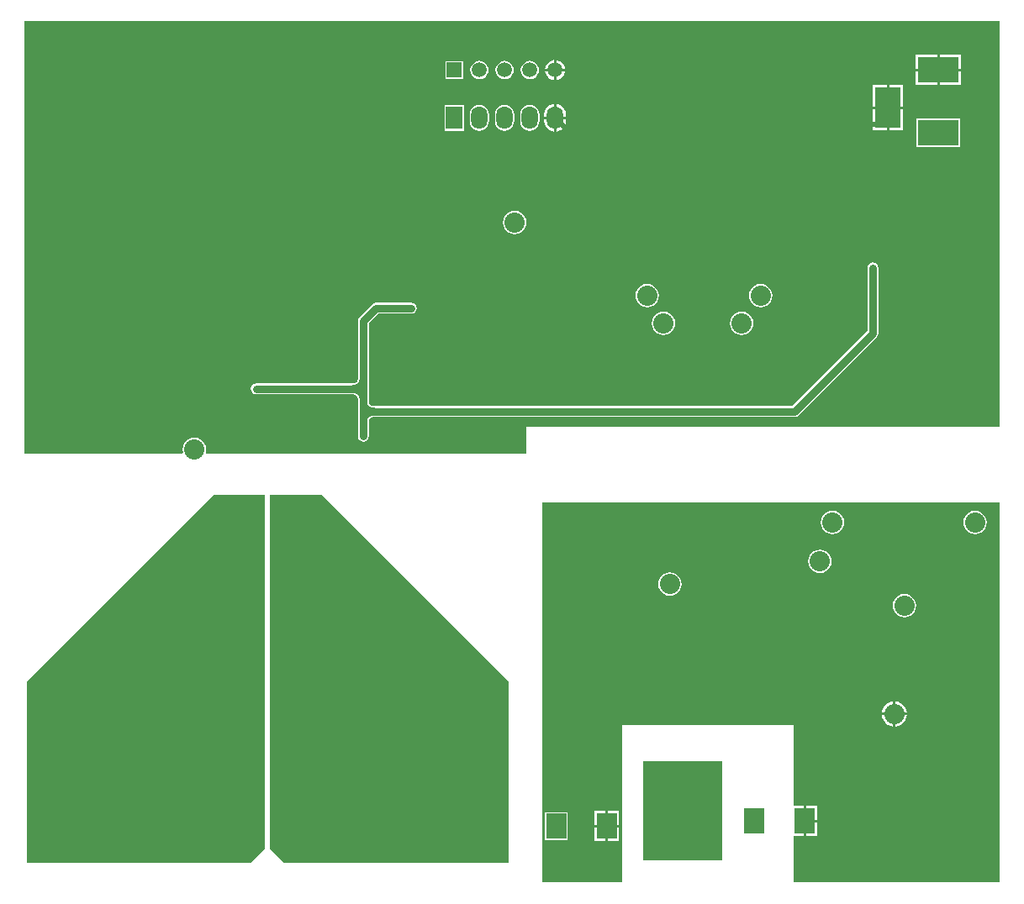
<source format=gbl>
G04*
G04 #@! TF.GenerationSoftware,Altium Limited,Altium Designer,20.2.7 (254)*
G04*
G04 Layer_Physical_Order=2*
G04 Layer_Color=16711680*
%FSLAX24Y24*%
%MOIN*%
G70*
G04*
G04 #@! TF.SameCoordinates,C515DB23-E466-4867-BC0D-23839EB9CC1E*
G04*
G04*
G04 #@! TF.FilePolarity,Positive*
G04*
G01*
G75*
%ADD12C,0.0100*%
%ADD63C,0.0200*%
%ADD70R,0.3150X0.3937*%
%ADD71R,0.0787X0.0984*%
%ADD72R,0.1600X0.1000*%
%ADD73R,0.1000X0.1600*%
%ADD74C,0.0800*%
%ADD75O,0.0650X0.0900*%
%ADD76R,0.0650X0.0900*%
%ADD77C,0.0591*%
%ADD78R,0.0591X0.0591*%
%ADD79C,0.0177*%
%ADD80C,0.0157*%
%ADD81C,0.0300*%
G36*
X38788Y18200D02*
X20000D01*
Y17137D01*
X7326D01*
X7308Y17163D01*
X7299Y17187D01*
X7314Y17300D01*
X7298Y17420D01*
X7252Y17532D01*
X7178Y17628D01*
X7082Y17702D01*
X6970Y17748D01*
X6850Y17764D01*
X6730Y17748D01*
X6618Y17702D01*
X6522Y17628D01*
X6448Y17532D01*
X6402Y17420D01*
X6386Y17300D01*
X6401Y17187D01*
X6392Y17163D01*
X6374Y17137D01*
X112D01*
Y34288D01*
X38788D01*
Y18200D01*
D02*
G37*
G36*
X9650Y1450D02*
X9100Y900D01*
X200D01*
Y8100D01*
X7600Y15500D01*
X9650D01*
Y1450D01*
D02*
G37*
G36*
X19300Y8100D02*
X19300Y900D01*
X10400Y900D01*
X9850Y1450D01*
Y15500D01*
X11900D01*
X19300Y8100D01*
D02*
G37*
G36*
X38788Y112D02*
X30600D01*
Y1958D01*
X31000D01*
Y2550D01*
Y3142D01*
X30600D01*
Y6350D01*
X23800D01*
Y112D01*
X20650D01*
Y15200D01*
X38788D01*
Y112D01*
D02*
G37*
%LPC*%
G36*
X21200Y32742D02*
Y32400D01*
X21542D01*
X21535Y32453D01*
X21495Y32549D01*
X21432Y32632D01*
X21349Y32695D01*
X21253Y32735D01*
X21200Y32742D01*
D02*
G37*
G36*
X37250Y32950D02*
X36400D01*
Y32400D01*
X37250D01*
Y32950D01*
D02*
G37*
G36*
X36300D02*
X35450D01*
Y32400D01*
X36300D01*
Y32950D01*
D02*
G37*
G36*
X21100Y32742D02*
X21047Y32735D01*
X20951Y32695D01*
X20868Y32632D01*
X20805Y32549D01*
X20765Y32453D01*
X20758Y32400D01*
X21100D01*
Y32742D01*
D02*
G37*
G36*
X17505Y32705D02*
X16795D01*
Y31995D01*
X17505D01*
Y32705D01*
D02*
G37*
G36*
X20150Y32708D02*
X20057Y32696D01*
X19971Y32660D01*
X19897Y32603D01*
X19840Y32529D01*
X19804Y32443D01*
X19792Y32350D01*
X19804Y32257D01*
X19840Y32171D01*
X19897Y32097D01*
X19971Y32040D01*
X20057Y32004D01*
X20150Y31992D01*
X20243Y32004D01*
X20329Y32040D01*
X20403Y32097D01*
X20460Y32171D01*
X20496Y32257D01*
X20508Y32350D01*
X20496Y32443D01*
X20460Y32529D01*
X20403Y32603D01*
X20329Y32660D01*
X20243Y32696D01*
X20150Y32708D01*
D02*
G37*
G36*
X19150D02*
X19057Y32696D01*
X18971Y32660D01*
X18897Y32603D01*
X18840Y32529D01*
X18804Y32443D01*
X18792Y32350D01*
X18804Y32257D01*
X18840Y32171D01*
X18897Y32097D01*
X18971Y32040D01*
X19057Y32004D01*
X19150Y31992D01*
X19243Y32004D01*
X19329Y32040D01*
X19403Y32097D01*
X19460Y32171D01*
X19496Y32257D01*
X19508Y32350D01*
X19496Y32443D01*
X19460Y32529D01*
X19403Y32603D01*
X19329Y32660D01*
X19243Y32696D01*
X19150Y32708D01*
D02*
G37*
G36*
X18150D02*
X18057Y32696D01*
X17971Y32660D01*
X17897Y32603D01*
X17840Y32529D01*
X17804Y32443D01*
X17792Y32350D01*
X17804Y32257D01*
X17840Y32171D01*
X17897Y32097D01*
X17971Y32040D01*
X18057Y32004D01*
X18150Y31992D01*
X18243Y32004D01*
X18329Y32040D01*
X18403Y32097D01*
X18460Y32171D01*
X18496Y32257D01*
X18508Y32350D01*
X18496Y32443D01*
X18460Y32529D01*
X18403Y32603D01*
X18329Y32660D01*
X18243Y32696D01*
X18150Y32708D01*
D02*
G37*
G36*
X21542Y32300D02*
X21200D01*
Y31958D01*
X21253Y31965D01*
X21349Y32005D01*
X21432Y32068D01*
X21495Y32151D01*
X21535Y32247D01*
X21542Y32300D01*
D02*
G37*
G36*
X21100D02*
X20758D01*
X20765Y32247D01*
X20805Y32151D01*
X20868Y32068D01*
X20951Y32005D01*
X21047Y31965D01*
X21100Y31958D01*
Y32300D01*
D02*
G37*
G36*
X37250D02*
X36400D01*
Y31750D01*
X37250D01*
Y32300D01*
D02*
G37*
G36*
X36300D02*
X35450D01*
Y31750D01*
X36300D01*
Y32300D01*
D02*
G37*
G36*
X34950Y31750D02*
X34400D01*
Y30900D01*
X34950D01*
Y31750D01*
D02*
G37*
G36*
X34300D02*
X33750D01*
Y30900D01*
X34300D01*
Y31750D01*
D02*
G37*
G36*
X21200Y30997D02*
Y30500D01*
X21579D01*
Y30575D01*
X21564Y30686D01*
X21521Y30789D01*
X21453Y30878D01*
X21364Y30946D01*
X21261Y30989D01*
X21200Y30997D01*
D02*
G37*
G36*
X21100D02*
X21039Y30989D01*
X20936Y30946D01*
X20847Y30878D01*
X20779Y30789D01*
X20736Y30686D01*
X20721Y30575D01*
Y30500D01*
X21100D01*
Y30997D01*
D02*
G37*
G36*
X34300Y30800D02*
X33750D01*
Y30291D01*
X33772Y30294D01*
X33793Y30298D01*
X33811Y30304D01*
X33826Y30311D01*
X33837Y30319D01*
X33846Y30328D01*
X33851Y30339D01*
X33852Y30351D01*
X33851Y30051D01*
X33850Y30058D01*
X33845Y30064D01*
X33837Y30070D01*
X33825Y30075D01*
X33810Y30079D01*
X33792Y30082D01*
X33771Y30085D01*
X33750Y30086D01*
Y29950D01*
X34300D01*
Y30800D01*
D02*
G37*
G36*
X34950D02*
X34400D01*
Y29950D01*
X34950D01*
Y30800D01*
D02*
G37*
G36*
X17535Y30960D02*
X16765D01*
Y29940D01*
X17535D01*
Y30960D01*
D02*
G37*
G36*
X20150Y30963D02*
X20049Y30950D01*
X19956Y30911D01*
X19875Y30850D01*
X19814Y30769D01*
X19775Y30675D01*
X19762Y30575D01*
Y30325D01*
X19775Y30224D01*
X19814Y30131D01*
X19875Y30050D01*
X19956Y29989D01*
X20049Y29950D01*
X20150Y29937D01*
X20251Y29950D01*
X20344Y29989D01*
X20425Y30050D01*
X20486Y30131D01*
X20525Y30224D01*
X20538Y30325D01*
Y30575D01*
X20525Y30675D01*
X20486Y30769D01*
X20425Y30850D01*
X20344Y30911D01*
X20251Y30950D01*
X20150Y30963D01*
D02*
G37*
G36*
X19150D02*
X19049Y30950D01*
X18956Y30911D01*
X18875Y30850D01*
X18814Y30769D01*
X18775Y30675D01*
X18762Y30575D01*
Y30325D01*
X18775Y30224D01*
X18814Y30131D01*
X18875Y30050D01*
X18956Y29989D01*
X19049Y29950D01*
X19150Y29937D01*
X19251Y29950D01*
X19344Y29989D01*
X19425Y30050D01*
X19486Y30131D01*
X19525Y30224D01*
X19538Y30325D01*
Y30575D01*
X19525Y30675D01*
X19486Y30769D01*
X19425Y30850D01*
X19344Y30911D01*
X19251Y30950D01*
X19150Y30963D01*
D02*
G37*
G36*
X18150D02*
X18049Y30950D01*
X17956Y30911D01*
X17875Y30850D01*
X17814Y30769D01*
X17775Y30675D01*
X17762Y30575D01*
Y30325D01*
X17775Y30224D01*
X17814Y30131D01*
X17875Y30050D01*
X17956Y29989D01*
X18049Y29950D01*
X18150Y29937D01*
X18251Y29950D01*
X18344Y29989D01*
X18425Y30050D01*
X18486Y30131D01*
X18525Y30224D01*
X18538Y30325D01*
Y30575D01*
X18525Y30675D01*
X18486Y30769D01*
X18425Y30850D01*
X18344Y30911D01*
X18251Y30950D01*
X18150Y30963D01*
D02*
G37*
G36*
X21579Y30400D02*
X21200D01*
Y29903D01*
X21261Y29911D01*
X21364Y29954D01*
X21453Y30022D01*
X21521Y30111D01*
X21564Y30214D01*
X21579Y30325D01*
Y30400D01*
D02*
G37*
G36*
X21100D02*
X20721D01*
Y30325D01*
X20736Y30214D01*
X20779Y30111D01*
X20847Y30022D01*
X20936Y29954D01*
X21039Y29911D01*
X21100Y29903D01*
Y30400D01*
D02*
G37*
G36*
X37210Y30410D02*
X35490D01*
Y29290D01*
X37210D01*
Y30410D01*
D02*
G37*
G36*
X19550Y26764D02*
X19430Y26748D01*
X19318Y26702D01*
X19222Y26628D01*
X19148Y26532D01*
X19102Y26420D01*
X19086Y26300D01*
X19102Y26180D01*
X19148Y26068D01*
X19222Y25972D01*
X19318Y25898D01*
X19430Y25852D01*
X19550Y25836D01*
X19670Y25852D01*
X19782Y25898D01*
X19878Y25972D01*
X19952Y26068D01*
X19998Y26180D01*
X20014Y26300D01*
X19998Y26420D01*
X19952Y26532D01*
X19878Y26628D01*
X19782Y26702D01*
X19670Y26748D01*
X19550Y26764D01*
D02*
G37*
G36*
X29300Y23864D02*
X29180Y23848D01*
X29068Y23802D01*
X28972Y23728D01*
X28898Y23632D01*
X28852Y23520D01*
X28836Y23400D01*
X28852Y23280D01*
X28898Y23168D01*
X28972Y23072D01*
X29068Y22998D01*
X29180Y22952D01*
X29300Y22936D01*
X29420Y22952D01*
X29532Y22998D01*
X29628Y23072D01*
X29702Y23168D01*
X29748Y23280D01*
X29764Y23400D01*
X29748Y23520D01*
X29702Y23632D01*
X29628Y23728D01*
X29532Y23802D01*
X29420Y23848D01*
X29300Y23864D01*
D02*
G37*
G36*
X24800D02*
X24680Y23848D01*
X24568Y23802D01*
X24472Y23728D01*
X24398Y23632D01*
X24352Y23520D01*
X24336Y23400D01*
X24352Y23280D01*
X24398Y23168D01*
X24472Y23072D01*
X24568Y22998D01*
X24680Y22952D01*
X24800Y22936D01*
X24920Y22952D01*
X25032Y22998D01*
X25128Y23072D01*
X25202Y23168D01*
X25248Y23280D01*
X25264Y23400D01*
X25248Y23520D01*
X25202Y23632D01*
X25128Y23728D01*
X25032Y23802D01*
X24920Y23848D01*
X24800Y23864D01*
D02*
G37*
G36*
X28550Y22764D02*
X28430Y22748D01*
X28318Y22702D01*
X28222Y22628D01*
X28148Y22532D01*
X28102Y22420D01*
X28086Y22300D01*
X28102Y22180D01*
X28148Y22068D01*
X28222Y21972D01*
X28318Y21898D01*
X28430Y21852D01*
X28550Y21836D01*
X28670Y21852D01*
X28782Y21898D01*
X28878Y21972D01*
X28952Y22068D01*
X28998Y22180D01*
X29014Y22300D01*
X28998Y22420D01*
X28952Y22532D01*
X28878Y22628D01*
X28782Y22702D01*
X28670Y22748D01*
X28550Y22764D01*
D02*
G37*
G36*
X25450D02*
X25330Y22748D01*
X25218Y22702D01*
X25122Y22628D01*
X25048Y22532D01*
X25002Y22420D01*
X24986Y22300D01*
X25002Y22180D01*
X25048Y22068D01*
X25122Y21972D01*
X25218Y21898D01*
X25330Y21852D01*
X25450Y21836D01*
X25570Y21852D01*
X25682Y21898D01*
X25778Y21972D01*
X25852Y22068D01*
X25898Y22180D01*
X25914Y22300D01*
X25898Y22420D01*
X25852Y22532D01*
X25778Y22628D01*
X25682Y22702D01*
X25570Y22748D01*
X25450Y22764D01*
D02*
G37*
G36*
X33750Y24714D02*
X33668Y24698D01*
X33599Y24651D01*
X33552Y24582D01*
X33536Y24500D01*
Y21989D01*
X30561Y19014D01*
X14005D01*
X14003Y19015D01*
X13950Y19018D01*
X13908Y19025D01*
X13873Y19037D01*
X13844Y19052D01*
X13821Y19071D01*
X13802Y19094D01*
X13787Y19123D01*
X13775Y19158D01*
X13768Y19200D01*
X13765Y19253D01*
X13764Y19255D01*
Y19700D01*
Y22311D01*
X14139Y22686D01*
X15450D01*
X15532Y22702D01*
X15601Y22749D01*
X15648Y22818D01*
X15664Y22900D01*
X15648Y22982D01*
X15601Y23051D01*
X15532Y23098D01*
X15450Y23114D01*
X14050D01*
X13968Y23098D01*
X13899Y23051D01*
X13399Y22551D01*
X13352Y22482D01*
X13336Y22400D01*
Y20155D01*
X13335Y20153D01*
X13332Y20100D01*
X13325Y20058D01*
X13313Y20023D01*
X13298Y19994D01*
X13279Y19971D01*
X13256Y19952D01*
X13227Y19937D01*
X13192Y19925D01*
X13150Y19918D01*
X13097Y19915D01*
X13095Y19914D01*
X9300D01*
X9218Y19898D01*
X9149Y19851D01*
X9102Y19782D01*
X9086Y19700D01*
X9102Y19618D01*
X9149Y19549D01*
X9218Y19502D01*
X9300Y19486D01*
X13095D01*
X13097Y19485D01*
X13150Y19482D01*
X13192Y19475D01*
X13227Y19463D01*
X13256Y19448D01*
X13279Y19429D01*
X13298Y19406D01*
X13313Y19377D01*
X13325Y19342D01*
X13332Y19300D01*
X13335Y19247D01*
X13336Y19245D01*
Y18800D01*
Y17812D01*
X13352Y17730D01*
X13399Y17660D01*
X13468Y17614D01*
X13550Y17598D01*
X13632Y17614D01*
X13701Y17660D01*
X13748Y17730D01*
X13764Y17812D01*
Y18345D01*
X13765Y18347D01*
X13768Y18400D01*
X13775Y18442D01*
X13787Y18477D01*
X13802Y18506D01*
X13821Y18529D01*
X13844Y18548D01*
X13873Y18563D01*
X13908Y18575D01*
X13950Y18582D01*
X14003Y18585D01*
X14005Y18586D01*
X30650D01*
X30732Y18602D01*
X30801Y18649D01*
X33901Y21749D01*
X33948Y21818D01*
X33964Y21900D01*
Y24500D01*
X33948Y24582D01*
X33901Y24651D01*
X33832Y24698D01*
X33750Y24714D01*
D02*
G37*
%LPD*%
G36*
X13700Y19700D02*
X13400Y19250D01*
X13397Y19307D01*
X13388Y19358D01*
X13373Y19403D01*
X13352Y19442D01*
X13325Y19475D01*
X13292Y19502D01*
X13253Y19523D01*
X13208Y19538D01*
X13157Y19547D01*
X13100Y19550D01*
Y19850D01*
X13157Y19853D01*
X13208Y19862D01*
X13253Y19877D01*
X13292Y19898D01*
X13325Y19925D01*
X13352Y19958D01*
X13373Y19997D01*
X13388Y20042D01*
X13397Y20093D01*
X13400Y20150D01*
X13700Y19700D01*
D02*
G37*
G36*
X13703Y19193D02*
X13712Y19142D01*
X13727Y19097D01*
X13748Y19058D01*
X13775Y19025D01*
X13808Y18998D01*
X13847Y18977D01*
X13892Y18962D01*
X13943Y18953D01*
X14000Y18950D01*
Y18650D01*
X13943Y18647D01*
X13892Y18638D01*
X13847Y18623D01*
X13808Y18602D01*
X13775Y18575D01*
X13748Y18542D01*
X13727Y18503D01*
X13712Y18458D01*
X13703Y18407D01*
X13700Y18350D01*
X13400Y18800D01*
X13700Y19250D01*
X13703Y19193D01*
D02*
G37*
%LPC*%
G36*
X37800Y14864D02*
X37680Y14848D01*
X37568Y14802D01*
X37472Y14728D01*
X37398Y14632D01*
X37352Y14520D01*
X37336Y14400D01*
X37352Y14280D01*
X37398Y14168D01*
X37472Y14072D01*
X37568Y13998D01*
X37680Y13952D01*
X37800Y13936D01*
X37920Y13952D01*
X38032Y13998D01*
X38128Y14072D01*
X38202Y14168D01*
X38248Y14280D01*
X38264Y14400D01*
X38248Y14520D01*
X38202Y14632D01*
X38128Y14728D01*
X38032Y14802D01*
X37920Y14848D01*
X37800Y14864D01*
D02*
G37*
G36*
X32150D02*
X32030Y14848D01*
X31918Y14802D01*
X31822Y14728D01*
X31748Y14632D01*
X31702Y14520D01*
X31686Y14400D01*
X31702Y14280D01*
X31748Y14168D01*
X31822Y14072D01*
X31918Y13998D01*
X32030Y13952D01*
X32150Y13936D01*
X32270Y13952D01*
X32382Y13998D01*
X32478Y14072D01*
X32552Y14168D01*
X32598Y14280D01*
X32614Y14400D01*
X32598Y14520D01*
X32552Y14632D01*
X32478Y14728D01*
X32382Y14802D01*
X32270Y14848D01*
X32150Y14864D01*
D02*
G37*
G36*
X31650Y13314D02*
X31530Y13298D01*
X31418Y13252D01*
X31322Y13178D01*
X31248Y13082D01*
X31202Y12970D01*
X31186Y12850D01*
X31202Y12730D01*
X31248Y12618D01*
X31322Y12522D01*
X31418Y12448D01*
X31530Y12402D01*
X31650Y12386D01*
X31770Y12402D01*
X31882Y12448D01*
X31978Y12522D01*
X32052Y12618D01*
X32098Y12730D01*
X32114Y12850D01*
X32098Y12970D01*
X32052Y13082D01*
X31978Y13178D01*
X31882Y13252D01*
X31770Y13298D01*
X31650Y13314D01*
D02*
G37*
G36*
X25700Y12414D02*
X25580Y12398D01*
X25468Y12352D01*
X25372Y12278D01*
X25298Y12182D01*
X25252Y12070D01*
X25236Y11950D01*
X25252Y11830D01*
X25298Y11718D01*
X25372Y11622D01*
X25468Y11548D01*
X25580Y11502D01*
X25700Y11486D01*
X25820Y11502D01*
X25932Y11548D01*
X26028Y11622D01*
X26102Y11718D01*
X26148Y11830D01*
X26164Y11950D01*
X26148Y12070D01*
X26102Y12182D01*
X26028Y12278D01*
X25932Y12352D01*
X25820Y12398D01*
X25700Y12414D01*
D02*
G37*
G36*
X35000Y11564D02*
X34880Y11548D01*
X34768Y11502D01*
X34672Y11428D01*
X34598Y11332D01*
X34552Y11220D01*
X34536Y11100D01*
X34552Y10980D01*
X34598Y10868D01*
X34672Y10772D01*
X34768Y10698D01*
X34880Y10652D01*
X35000Y10636D01*
X35120Y10652D01*
X35232Y10698D01*
X35328Y10772D01*
X35402Y10868D01*
X35448Y10980D01*
X35464Y11100D01*
X35448Y11220D01*
X35402Y11332D01*
X35328Y11428D01*
X35232Y11502D01*
X35120Y11548D01*
X35000Y11564D01*
D02*
G37*
G36*
X34650Y7298D02*
Y6850D01*
X35098D01*
X35087Y6931D01*
X35037Y7052D01*
X34957Y7157D01*
X34852Y7237D01*
X34731Y7287D01*
X34650Y7298D01*
D02*
G37*
G36*
X34550D02*
X34469Y7287D01*
X34348Y7237D01*
X34243Y7157D01*
X34163Y7052D01*
X34113Y6931D01*
X34102Y6850D01*
X34550D01*
Y7298D01*
D02*
G37*
G36*
X35098Y6750D02*
X34650D01*
Y6302D01*
X34731Y6313D01*
X34852Y6363D01*
X34957Y6443D01*
X35037Y6548D01*
X35087Y6669D01*
X35098Y6750D01*
D02*
G37*
G36*
X34550D02*
X34102D01*
X34113Y6669D01*
X34163Y6548D01*
X34243Y6443D01*
X34348Y6363D01*
X34469Y6313D01*
X34550Y6302D01*
Y6750D01*
D02*
G37*
G36*
X31544Y3142D02*
X31100D01*
Y2600D01*
X31544D01*
Y3142D01*
D02*
G37*
G36*
X23694Y2942D02*
X23250D01*
Y2400D01*
X23694D01*
Y2942D01*
D02*
G37*
G36*
X23150D02*
X22706D01*
Y2400D01*
X23150D01*
Y2942D01*
D02*
G37*
G36*
X31544Y2500D02*
X31100D01*
Y1958D01*
X31544D01*
Y2500D01*
D02*
G37*
G36*
X21654Y2902D02*
X20746D01*
Y1798D01*
X21654D01*
Y2902D01*
D02*
G37*
G36*
X23694Y2300D02*
X23250D01*
Y1758D01*
X23694D01*
Y2300D01*
D02*
G37*
G36*
X23150D02*
X22706D01*
Y1758D01*
X23150D01*
Y2300D01*
D02*
G37*
%LPD*%
D12*
X16850Y20300D02*
X18600D01*
X15950Y21200D02*
Y23950D01*
Y21200D02*
X16850Y20300D01*
D63*
X28950Y14250D02*
X29200Y14500D01*
X28450Y13750D02*
X28950Y14250D01*
X18600Y19300D02*
Y20300D01*
X34350Y30588D02*
Y30850D01*
X33950Y30188D02*
X34350Y30588D01*
X33688Y30188D02*
X33950D01*
X29300Y25800D02*
X33688Y30188D01*
X26200Y25800D02*
X29300D01*
X24400Y13750D02*
X28450D01*
X21700Y26100D02*
X25900D01*
X26200Y25800D01*
X21150Y30447D02*
Y30450D01*
Y30447D02*
X21451Y30146D01*
X21454D01*
X21700Y29900D01*
Y26100D02*
Y29900D01*
D70*
X26200Y2950D02*
D03*
X33850Y2900D02*
D03*
X1800D02*
D03*
X17700D02*
D03*
D71*
X31050Y2550D02*
D03*
X29050D02*
D03*
X10750Y2400D02*
D03*
X8750D02*
D03*
X23200Y2350D02*
D03*
X21200D02*
D03*
D72*
X36350Y29850D02*
D03*
Y32350D02*
D03*
D73*
X34350Y30850D02*
D03*
D74*
X25450Y22300D02*
D03*
X25700Y11950D02*
D03*
X8100Y14950D02*
D03*
X19550Y26300D02*
D03*
X37800Y14400D02*
D03*
X32150D02*
D03*
X11400Y14950D02*
D03*
X24800Y23400D02*
D03*
X29300D02*
D03*
X28550Y22300D02*
D03*
X34600Y6800D02*
D03*
X35000Y11100D02*
D03*
X31650Y12850D02*
D03*
X6850Y17300D02*
D03*
D75*
X20150Y30450D02*
D03*
X19150D02*
D03*
X18150D02*
D03*
X21150D02*
D03*
D76*
X17150D02*
D03*
D77*
X19150Y32350D02*
D03*
X18150D02*
D03*
X20150D02*
D03*
X21150D02*
D03*
D78*
X17150D02*
D03*
D79*
X38450Y13250D02*
D03*
X37950Y12250D02*
D03*
X38450Y11250D02*
D03*
X37950Y10250D02*
D03*
X38450Y9250D02*
D03*
X37950Y8250D02*
D03*
X38450Y7250D02*
D03*
X37950Y6250D02*
D03*
X38450Y5250D02*
D03*
X37950Y4250D02*
D03*
X38450Y3250D02*
D03*
X37950Y2250D02*
D03*
X38450Y1250D02*
D03*
X37950Y250D02*
D03*
X36950Y14250D02*
D03*
X37450Y13250D02*
D03*
X36950Y12250D02*
D03*
X37450Y11250D02*
D03*
X36950Y10250D02*
D03*
X37450Y9250D02*
D03*
X36950Y8250D02*
D03*
X37450Y7250D02*
D03*
X36950Y6250D02*
D03*
X37450Y5250D02*
D03*
X36950Y4250D02*
D03*
X37450Y3250D02*
D03*
X36950Y2250D02*
D03*
X37450Y1250D02*
D03*
X36950Y250D02*
D03*
X35950Y12250D02*
D03*
Y10250D02*
D03*
X36450Y9250D02*
D03*
X35950Y8250D02*
D03*
X36450Y7250D02*
D03*
X35950Y6250D02*
D03*
X36450Y5250D02*
D03*
X35950Y4250D02*
D03*
X36450Y3250D02*
D03*
X35950Y2250D02*
D03*
X36450Y1250D02*
D03*
X35950Y250D02*
D03*
X34950Y8250D02*
D03*
X35450Y7250D02*
D03*
X34950Y6250D02*
D03*
X35450Y5250D02*
D03*
X34950Y250D02*
D03*
X33950Y12250D02*
D03*
X34450Y11250D02*
D03*
X33950Y8250D02*
D03*
Y6250D02*
D03*
X34450Y5250D02*
D03*
X33950Y250D02*
D03*
X32950Y14250D02*
D03*
Y10250D02*
D03*
X33450Y9250D02*
D03*
Y5250D02*
D03*
X32950Y250D02*
D03*
X32450Y13250D02*
D03*
Y9250D02*
D03*
Y5250D02*
D03*
X31950Y4250D02*
D03*
Y2250D02*
D03*
Y250D02*
D03*
X30950Y14250D02*
D03*
Y12250D02*
D03*
Y10250D02*
D03*
X31450Y9250D02*
D03*
X30950Y8250D02*
D03*
Y6250D02*
D03*
X31450Y5250D02*
D03*
X30950Y4250D02*
D03*
X31450Y3250D02*
D03*
Y1250D02*
D03*
X30950Y250D02*
D03*
X29950Y14250D02*
D03*
X30450Y13250D02*
D03*
X29950Y12250D02*
D03*
X30450Y11250D02*
D03*
X29950Y10250D02*
D03*
X30450Y9250D02*
D03*
X29950Y8250D02*
D03*
X30450Y7250D02*
D03*
X28950Y14250D02*
D03*
X29450Y13250D02*
D03*
X28950Y12250D02*
D03*
X29450Y11250D02*
D03*
X28950Y10250D02*
D03*
X29450Y9250D02*
D03*
X28950Y8250D02*
D03*
X29450Y7250D02*
D03*
X27950Y12250D02*
D03*
X28450Y11250D02*
D03*
X27950Y10250D02*
D03*
X28450Y9250D02*
D03*
X27950Y8250D02*
D03*
X28450Y7250D02*
D03*
X25950Y14250D02*
D03*
X24950D02*
D03*
Y12250D02*
D03*
X25450Y11250D02*
D03*
X24950Y10250D02*
D03*
X25450Y9250D02*
D03*
X24950Y8250D02*
D03*
X25450Y7250D02*
D03*
X23950Y14250D02*
D03*
X24450Y13250D02*
D03*
X23950Y12250D02*
D03*
X24450Y11250D02*
D03*
X23950Y10250D02*
D03*
X24450Y9250D02*
D03*
X23950Y8250D02*
D03*
X24450Y7250D02*
D03*
X22950Y14250D02*
D03*
X23450Y13250D02*
D03*
X22950Y12250D02*
D03*
X23450Y11250D02*
D03*
X22950Y10250D02*
D03*
X23450Y9250D02*
D03*
X22950Y8250D02*
D03*
X23450Y7250D02*
D03*
X22950Y6250D02*
D03*
X23450Y5250D02*
D03*
X22950Y4250D02*
D03*
X23450Y3250D02*
D03*
Y1250D02*
D03*
X22950Y250D02*
D03*
X21950Y14250D02*
D03*
X22450Y13250D02*
D03*
X21950Y12250D02*
D03*
X22450Y11250D02*
D03*
X21950Y10250D02*
D03*
X22450Y9250D02*
D03*
X21950Y8250D02*
D03*
X22450Y7250D02*
D03*
X21950Y6250D02*
D03*
X22450Y5250D02*
D03*
X21950Y4250D02*
D03*
X22450Y3250D02*
D03*
X21950Y2250D02*
D03*
X22450Y1250D02*
D03*
X21950Y250D02*
D03*
X21450Y1250D02*
D03*
X20950Y250D02*
D03*
X13251Y20250D02*
D03*
Y22079D02*
D03*
X11764Y21436D02*
D03*
X10450Y20250D02*
D03*
X12450Y22250D02*
D03*
X11450Y20250D02*
D03*
X12950Y21250D02*
D03*
X12414Y20286D02*
D03*
X14414Y22286D02*
D03*
X14086Y21114D02*
D03*
X14486Y20214D02*
D03*
X14814Y21386D02*
D03*
X14950Y19250D02*
D03*
X37950Y33250D02*
D03*
X38450Y32250D02*
D03*
X37950Y31250D02*
D03*
X38450Y30250D02*
D03*
X37950Y29250D02*
D03*
X38450Y28250D02*
D03*
X37950Y27250D02*
D03*
X38450Y26250D02*
D03*
X37950Y25250D02*
D03*
X38450Y24250D02*
D03*
X37950Y23250D02*
D03*
X38450Y22250D02*
D03*
X37950Y21250D02*
D03*
X38450Y20250D02*
D03*
X37950Y19250D02*
D03*
X36950Y33250D02*
D03*
X37450Y32250D02*
D03*
X36950Y31250D02*
D03*
X37450Y30250D02*
D03*
Y28250D02*
D03*
X36950Y27250D02*
D03*
X37450Y26250D02*
D03*
X36950Y25250D02*
D03*
X37450Y24250D02*
D03*
X36950Y23250D02*
D03*
X37450Y22250D02*
D03*
X36950Y21250D02*
D03*
X37450Y20250D02*
D03*
X36950Y19250D02*
D03*
X35950Y33250D02*
D03*
Y31250D02*
D03*
X36450Y28250D02*
D03*
Y24250D02*
D03*
Y22250D02*
D03*
Y20250D02*
D03*
X34950Y33250D02*
D03*
Y29250D02*
D03*
X35450Y28250D02*
D03*
X34950Y27250D02*
D03*
X35450Y24250D02*
D03*
Y20250D02*
D03*
X33950Y33250D02*
D03*
X34450Y32250D02*
D03*
X33950Y29250D02*
D03*
X34450Y28250D02*
D03*
X33950Y27250D02*
D03*
X34450Y24250D02*
D03*
Y22250D02*
D03*
X33950Y21250D02*
D03*
X34450Y20250D02*
D03*
X32950Y33250D02*
D03*
X33450Y32250D02*
D03*
X32950Y31250D02*
D03*
X33450Y30250D02*
D03*
X32950Y29250D02*
D03*
X33450Y28250D02*
D03*
X32950Y27250D02*
D03*
Y25250D02*
D03*
Y23250D02*
D03*
X33450Y20250D02*
D03*
X32950Y19250D02*
D03*
X31950Y33250D02*
D03*
X32450Y32250D02*
D03*
X31950Y31250D02*
D03*
X32450Y30250D02*
D03*
X31950Y29250D02*
D03*
X32450Y28250D02*
D03*
X31950Y27250D02*
D03*
X32450Y26250D02*
D03*
X31950Y25250D02*
D03*
X32450Y24250D02*
D03*
X31950Y23250D02*
D03*
X32450Y22250D02*
D03*
X31950Y21250D02*
D03*
Y19250D02*
D03*
X30950Y33250D02*
D03*
X31450Y32250D02*
D03*
X30950Y31250D02*
D03*
X31450Y30250D02*
D03*
X30950Y29250D02*
D03*
X31450Y28250D02*
D03*
X30950Y27250D02*
D03*
X31450Y26250D02*
D03*
X30950Y25250D02*
D03*
X31450Y24250D02*
D03*
X30950Y23250D02*
D03*
X31450Y22250D02*
D03*
X30950Y21250D02*
D03*
X31450Y20250D02*
D03*
X29950Y33250D02*
D03*
X30450Y32250D02*
D03*
X29950Y31250D02*
D03*
X30450Y30250D02*
D03*
X29950Y29250D02*
D03*
X30450Y28250D02*
D03*
X29950Y27250D02*
D03*
X30450Y26250D02*
D03*
X29950Y25250D02*
D03*
X30450Y24250D02*
D03*
X29950Y23250D02*
D03*
X30450Y22250D02*
D03*
X29950Y21250D02*
D03*
X30450Y20250D02*
D03*
X29950Y19250D02*
D03*
X28950Y33250D02*
D03*
X29450Y32250D02*
D03*
X28950Y31250D02*
D03*
X29450Y30250D02*
D03*
X28950Y29250D02*
D03*
X29450Y28250D02*
D03*
X28950Y27250D02*
D03*
X29450Y26250D02*
D03*
X28950Y25250D02*
D03*
X29450Y24250D02*
D03*
Y22250D02*
D03*
X28950Y21250D02*
D03*
X29450Y20250D02*
D03*
X28950Y19250D02*
D03*
X27950Y33250D02*
D03*
X28450Y32250D02*
D03*
X27950Y31250D02*
D03*
X28450Y30250D02*
D03*
X27950Y27250D02*
D03*
Y25250D02*
D03*
Y21250D02*
D03*
X28450Y20250D02*
D03*
X26950Y33250D02*
D03*
X27450Y32250D02*
D03*
X26950Y31250D02*
D03*
X27450Y30250D02*
D03*
Y28250D02*
D03*
X26950Y27250D02*
D03*
X27450Y26250D02*
D03*
X26950Y25250D02*
D03*
X27450Y24250D02*
D03*
X26950Y23250D02*
D03*
X25950Y33250D02*
D03*
X26450Y32250D02*
D03*
X25950Y31250D02*
D03*
X26450Y30250D02*
D03*
Y28250D02*
D03*
X25950Y27250D02*
D03*
X26450Y26250D02*
D03*
X25950Y25250D02*
D03*
X26450Y24250D02*
D03*
X25950Y21250D02*
D03*
Y19250D02*
D03*
X24950Y33250D02*
D03*
X25450Y32250D02*
D03*
X24950Y31250D02*
D03*
X25450Y30250D02*
D03*
X24950Y27250D02*
D03*
Y25250D02*
D03*
Y21250D02*
D03*
X25450Y20250D02*
D03*
X23950Y33250D02*
D03*
X24450Y32250D02*
D03*
X23950Y31250D02*
D03*
X24450Y30250D02*
D03*
X23950Y27250D02*
D03*
X24450Y26250D02*
D03*
X23950Y25250D02*
D03*
X24450Y24250D02*
D03*
X23950Y23250D02*
D03*
Y21250D02*
D03*
X24450Y20250D02*
D03*
X23950Y19250D02*
D03*
X22950Y33250D02*
D03*
X23450Y32250D02*
D03*
X22950Y31250D02*
D03*
X23450Y30250D02*
D03*
X22950Y27250D02*
D03*
X23450Y26250D02*
D03*
X22950Y25250D02*
D03*
X23450Y24250D02*
D03*
X22950Y23250D02*
D03*
Y21250D02*
D03*
X23450Y20250D02*
D03*
X22950Y19250D02*
D03*
X21950Y33250D02*
D03*
X22450Y32250D02*
D03*
X21950Y31250D02*
D03*
X22450Y30250D02*
D03*
X21950Y27250D02*
D03*
X22450Y26250D02*
D03*
X21950Y25250D02*
D03*
X22450Y24250D02*
D03*
X21950Y23250D02*
D03*
Y21250D02*
D03*
X22450Y20250D02*
D03*
X21950Y19250D02*
D03*
X20950Y33250D02*
D03*
Y31250D02*
D03*
Y29250D02*
D03*
Y27250D02*
D03*
X21450Y26250D02*
D03*
X20950Y25250D02*
D03*
X21450Y24250D02*
D03*
Y22250D02*
D03*
Y20250D02*
D03*
X20950Y19250D02*
D03*
X19950Y33250D02*
D03*
Y29250D02*
D03*
Y27250D02*
D03*
Y25250D02*
D03*
X20450Y20250D02*
D03*
X19950Y19250D02*
D03*
X18950Y33250D02*
D03*
Y29250D02*
D03*
X19450Y28250D02*
D03*
X18950Y27250D02*
D03*
Y23250D02*
D03*
X19450Y20250D02*
D03*
X18950Y19250D02*
D03*
X19450Y18250D02*
D03*
X18950Y17250D02*
D03*
X17950Y33250D02*
D03*
Y29250D02*
D03*
X18450Y28250D02*
D03*
X17950Y27250D02*
D03*
X18450Y26250D02*
D03*
X17950Y25250D02*
D03*
Y23250D02*
D03*
Y19250D02*
D03*
X18450Y18250D02*
D03*
X17950Y17250D02*
D03*
X16950Y33250D02*
D03*
Y29250D02*
D03*
X17450Y28250D02*
D03*
X16950Y27250D02*
D03*
X17450Y26250D02*
D03*
X16950Y25250D02*
D03*
Y23250D02*
D03*
Y21250D02*
D03*
X17450Y20250D02*
D03*
X16950Y19250D02*
D03*
X17450Y18250D02*
D03*
X16950Y17250D02*
D03*
X15950Y33250D02*
D03*
X16450Y32250D02*
D03*
X15950Y31250D02*
D03*
Y29250D02*
D03*
X16450Y28250D02*
D03*
X15950Y27250D02*
D03*
X16450Y26250D02*
D03*
X15950Y25250D02*
D03*
X16450Y24250D02*
D03*
X15950Y21250D02*
D03*
X16450Y20250D02*
D03*
X15950Y19250D02*
D03*
X16450Y18250D02*
D03*
X15950Y17250D02*
D03*
X14950Y33250D02*
D03*
X15450Y32250D02*
D03*
X14950Y31250D02*
D03*
Y29250D02*
D03*
X15450Y28250D02*
D03*
X14950Y27250D02*
D03*
X15450Y26250D02*
D03*
Y24250D02*
D03*
Y18250D02*
D03*
X14950Y17250D02*
D03*
X13950Y33250D02*
D03*
X14450Y32250D02*
D03*
X13950Y31250D02*
D03*
Y29250D02*
D03*
X14450Y28250D02*
D03*
X13950Y27250D02*
D03*
X14450Y26250D02*
D03*
X13950Y25250D02*
D03*
X14450Y24250D02*
D03*
X13950Y23250D02*
D03*
Y19250D02*
D03*
X14450Y18250D02*
D03*
X13950Y17250D02*
D03*
X12950Y33250D02*
D03*
X13450Y32250D02*
D03*
X12950Y31250D02*
D03*
Y29250D02*
D03*
X13450Y28250D02*
D03*
X12950Y27250D02*
D03*
X13450Y26250D02*
D03*
X12950Y25250D02*
D03*
X13450Y24250D02*
D03*
X12950Y23250D02*
D03*
Y19250D02*
D03*
X11950Y33250D02*
D03*
X12450Y32250D02*
D03*
X11950Y31250D02*
D03*
Y29250D02*
D03*
X12450Y28250D02*
D03*
X11950Y27250D02*
D03*
X12450Y26250D02*
D03*
X11950Y25250D02*
D03*
X12450Y24250D02*
D03*
X11950Y23250D02*
D03*
Y19250D02*
D03*
X10950Y33250D02*
D03*
X11450Y32250D02*
D03*
X10950Y31250D02*
D03*
Y29250D02*
D03*
X11450Y28250D02*
D03*
X10950Y27250D02*
D03*
X11450Y26250D02*
D03*
X10950Y25250D02*
D03*
X11450Y24250D02*
D03*
X10950Y23250D02*
D03*
X11450Y22250D02*
D03*
X10950Y21250D02*
D03*
Y19250D02*
D03*
X11450Y18250D02*
D03*
X9950Y33250D02*
D03*
X10450Y32250D02*
D03*
X9950Y31250D02*
D03*
X10450Y30250D02*
D03*
X9950Y29250D02*
D03*
X10450Y28250D02*
D03*
X9950Y27250D02*
D03*
X10450Y26250D02*
D03*
X9950Y25250D02*
D03*
X10450Y24250D02*
D03*
X9950Y23250D02*
D03*
X10450Y22250D02*
D03*
X9950Y21250D02*
D03*
X8950Y33250D02*
D03*
X9450Y32250D02*
D03*
X8950Y31250D02*
D03*
X9450Y30250D02*
D03*
X8950Y29250D02*
D03*
Y27250D02*
D03*
X9450Y26250D02*
D03*
X8950Y25250D02*
D03*
X9450Y24250D02*
D03*
X8950Y23250D02*
D03*
X9450Y22250D02*
D03*
X8950Y21250D02*
D03*
X9450Y20250D02*
D03*
X7950Y33250D02*
D03*
X8450Y32250D02*
D03*
X7950Y31250D02*
D03*
X8450Y30250D02*
D03*
X7950Y29250D02*
D03*
X8450Y28250D02*
D03*
X7950Y27250D02*
D03*
Y25250D02*
D03*
Y23250D02*
D03*
Y21250D02*
D03*
Y19250D02*
D03*
X6950Y33250D02*
D03*
X7450Y32250D02*
D03*
X6950Y31250D02*
D03*
X7450Y30250D02*
D03*
X6950Y29250D02*
D03*
X7450Y28250D02*
D03*
X6950Y27250D02*
D03*
X7450Y26250D02*
D03*
X6950Y25250D02*
D03*
X7450Y24250D02*
D03*
X6950Y23250D02*
D03*
X7450Y22250D02*
D03*
X6950Y21250D02*
D03*
X7450Y20250D02*
D03*
X6950Y19250D02*
D03*
X7450Y18250D02*
D03*
X5950Y33250D02*
D03*
X6450Y32250D02*
D03*
X5950Y31250D02*
D03*
X6450Y30250D02*
D03*
X5950Y29250D02*
D03*
X6450Y28250D02*
D03*
X5950Y27250D02*
D03*
X6450Y26250D02*
D03*
X5950Y25250D02*
D03*
X6450Y24250D02*
D03*
X5950Y23250D02*
D03*
X6450Y22250D02*
D03*
X5950Y21250D02*
D03*
X6450Y20250D02*
D03*
X5950Y19250D02*
D03*
X6450Y18250D02*
D03*
X5950Y17250D02*
D03*
X4950Y33250D02*
D03*
X5450Y32250D02*
D03*
X4950Y31250D02*
D03*
X5450Y30250D02*
D03*
X4950Y29250D02*
D03*
X5450Y28250D02*
D03*
X4950Y27250D02*
D03*
X5450Y26250D02*
D03*
X4950Y25250D02*
D03*
X5450Y24250D02*
D03*
X4950Y23250D02*
D03*
X5450Y22250D02*
D03*
X4950Y21250D02*
D03*
X5450Y20250D02*
D03*
X4950Y19250D02*
D03*
X5450Y18250D02*
D03*
X4950Y17250D02*
D03*
X3950Y33250D02*
D03*
X4450Y32250D02*
D03*
X3950Y31250D02*
D03*
X4450Y30250D02*
D03*
X3950Y29250D02*
D03*
X4450Y28250D02*
D03*
X3950Y27250D02*
D03*
X4450Y26250D02*
D03*
X3950Y25250D02*
D03*
X4450Y24250D02*
D03*
X3950Y23250D02*
D03*
X4450Y22250D02*
D03*
X3950Y21250D02*
D03*
X4450Y20250D02*
D03*
X3950Y19250D02*
D03*
X4450Y18250D02*
D03*
X3950Y17250D02*
D03*
X2950Y33250D02*
D03*
X3450Y32250D02*
D03*
X2950Y31250D02*
D03*
X3450Y30250D02*
D03*
X2950Y29250D02*
D03*
X3450Y28250D02*
D03*
X2950Y27250D02*
D03*
X3450Y26250D02*
D03*
X2950Y25250D02*
D03*
X3450Y24250D02*
D03*
X2950Y23250D02*
D03*
X3450Y22250D02*
D03*
X2950Y21250D02*
D03*
X3450Y20250D02*
D03*
X2950Y19250D02*
D03*
X3450Y18250D02*
D03*
X2950Y17250D02*
D03*
X1950Y33250D02*
D03*
X2450Y32250D02*
D03*
X1950Y31250D02*
D03*
X2450Y30250D02*
D03*
X1950Y29250D02*
D03*
X2450Y28250D02*
D03*
X1950Y27250D02*
D03*
X2450Y26250D02*
D03*
X1950Y25250D02*
D03*
X2450Y24250D02*
D03*
X1950Y23250D02*
D03*
X2450Y22250D02*
D03*
X1950Y21250D02*
D03*
X2450Y20250D02*
D03*
X1950Y19250D02*
D03*
X2450Y18250D02*
D03*
X1950Y17250D02*
D03*
X950Y33250D02*
D03*
X1450Y32250D02*
D03*
X950Y31250D02*
D03*
X1450Y30250D02*
D03*
X950Y29250D02*
D03*
X1450Y28250D02*
D03*
X950Y27250D02*
D03*
X1450Y26250D02*
D03*
X950Y25250D02*
D03*
X1450Y24250D02*
D03*
X950Y23250D02*
D03*
X1450Y22250D02*
D03*
X950Y21250D02*
D03*
X1450Y20250D02*
D03*
X950Y19250D02*
D03*
X1450Y18250D02*
D03*
X950Y17250D02*
D03*
X17950Y9250D02*
D03*
X18450Y8250D02*
D03*
X17950Y7250D02*
D03*
X18450Y6250D02*
D03*
X17950Y5250D02*
D03*
X16950Y9250D02*
D03*
X17450Y8250D02*
D03*
X16950Y7250D02*
D03*
X17450Y6250D02*
D03*
X16950Y5250D02*
D03*
X15950Y11250D02*
D03*
X16450Y10250D02*
D03*
X15950Y9250D02*
D03*
X16450Y8250D02*
D03*
X15950Y7250D02*
D03*
X16450Y6250D02*
D03*
X15950Y5250D02*
D03*
Y3250D02*
D03*
Y1250D02*
D03*
X14950Y11250D02*
D03*
X15450Y10250D02*
D03*
X14950Y9250D02*
D03*
X15450Y8250D02*
D03*
X14950Y7250D02*
D03*
X15450Y6250D02*
D03*
X14950Y5250D02*
D03*
X15450Y4250D02*
D03*
X14950Y3250D02*
D03*
X15450Y2250D02*
D03*
X14950Y1250D02*
D03*
X13950Y13250D02*
D03*
X14450Y12250D02*
D03*
X13950Y11250D02*
D03*
X14450Y10250D02*
D03*
X13950Y9250D02*
D03*
X14450Y8250D02*
D03*
X13950Y7250D02*
D03*
X14450Y6250D02*
D03*
X13950Y5250D02*
D03*
X14450Y4250D02*
D03*
X13950Y3250D02*
D03*
X14450Y2250D02*
D03*
X13950Y1250D02*
D03*
X12950Y13250D02*
D03*
X13450Y12250D02*
D03*
X12950Y11250D02*
D03*
X13450Y10250D02*
D03*
X12950Y9250D02*
D03*
X13450Y8250D02*
D03*
X12950Y7250D02*
D03*
X13450Y6250D02*
D03*
X12950Y5250D02*
D03*
X13450Y4250D02*
D03*
X12950Y3250D02*
D03*
X13450Y2250D02*
D03*
X12950Y1250D02*
D03*
X12450Y14250D02*
D03*
X11950Y13250D02*
D03*
X12450Y12250D02*
D03*
X11950Y11250D02*
D03*
X12450Y10250D02*
D03*
X11950Y9250D02*
D03*
X12450Y8250D02*
D03*
X11950Y7250D02*
D03*
X12450Y6250D02*
D03*
X11950Y5250D02*
D03*
X12450Y4250D02*
D03*
X11950Y3250D02*
D03*
X12450Y2250D02*
D03*
X11950Y1250D02*
D03*
X11450Y14250D02*
D03*
X10950Y13250D02*
D03*
X11450Y12250D02*
D03*
X10950Y11250D02*
D03*
X11450Y10250D02*
D03*
X10950Y9250D02*
D03*
X11450Y8250D02*
D03*
X10950Y7250D02*
D03*
X11450Y6250D02*
D03*
X10950Y5250D02*
D03*
X11450Y4250D02*
D03*
X10950Y3250D02*
D03*
X11450Y2250D02*
D03*
X10950Y1250D02*
D03*
X10450Y14250D02*
D03*
X9950Y13250D02*
D03*
X10450Y12250D02*
D03*
X9950Y11250D02*
D03*
X10450Y10250D02*
D03*
X9950Y9250D02*
D03*
X10450Y8250D02*
D03*
X9950Y7250D02*
D03*
X10450Y6250D02*
D03*
X9950Y5250D02*
D03*
X10450Y4250D02*
D03*
X9950Y3250D02*
D03*
X10450Y2250D02*
D03*
X9450Y14250D02*
D03*
X8950Y13250D02*
D03*
X9450Y12250D02*
D03*
X8950Y11250D02*
D03*
X9450Y10250D02*
D03*
X8950Y9250D02*
D03*
X9450Y8250D02*
D03*
X8950Y7250D02*
D03*
X9450Y6250D02*
D03*
X8950Y5250D02*
D03*
X9450Y4250D02*
D03*
X8950Y3250D02*
D03*
X9450Y2250D02*
D03*
X8950Y1250D02*
D03*
X8450Y14250D02*
D03*
X7950Y13250D02*
D03*
X8450Y12250D02*
D03*
X7950Y11250D02*
D03*
X8450Y10250D02*
D03*
X7950Y9250D02*
D03*
X8450Y8250D02*
D03*
X7950Y7250D02*
D03*
X8450Y6250D02*
D03*
X7950Y5250D02*
D03*
X8450Y4250D02*
D03*
X7950Y3250D02*
D03*
X8450Y2250D02*
D03*
X7950Y1250D02*
D03*
X7450Y14250D02*
D03*
X6950Y13250D02*
D03*
X7450Y12250D02*
D03*
X6950Y11250D02*
D03*
X7450Y10250D02*
D03*
X6950Y9250D02*
D03*
X7450Y8250D02*
D03*
X6950Y7250D02*
D03*
X7450Y6250D02*
D03*
X6950Y5250D02*
D03*
X7450Y4250D02*
D03*
X6950Y3250D02*
D03*
X7450Y2250D02*
D03*
X6950Y1250D02*
D03*
X5950Y13250D02*
D03*
X6450Y12250D02*
D03*
X5950Y11250D02*
D03*
X6450Y10250D02*
D03*
X5950Y9250D02*
D03*
X6450Y8250D02*
D03*
X5950Y7250D02*
D03*
X6450Y6250D02*
D03*
X5950Y5250D02*
D03*
X6450Y4250D02*
D03*
X5950Y3250D02*
D03*
X6450Y2250D02*
D03*
X5950Y1250D02*
D03*
X5450Y12250D02*
D03*
X4950Y11250D02*
D03*
X5450Y10250D02*
D03*
X4950Y9250D02*
D03*
X5450Y8250D02*
D03*
X4950Y7250D02*
D03*
X5450Y6250D02*
D03*
X4950Y5250D02*
D03*
X5450Y4250D02*
D03*
X4950Y3250D02*
D03*
X5450Y2250D02*
D03*
X4950Y1250D02*
D03*
X3950Y11250D02*
D03*
X4450Y10250D02*
D03*
X3950Y9250D02*
D03*
X4450Y8250D02*
D03*
X3950Y7250D02*
D03*
X4450Y6250D02*
D03*
X3950Y5250D02*
D03*
X4450Y4250D02*
D03*
X3950Y3250D02*
D03*
X4450Y2250D02*
D03*
X3950Y1250D02*
D03*
X3450Y10250D02*
D03*
X2950Y9250D02*
D03*
X3450Y8250D02*
D03*
X2950Y7250D02*
D03*
X3450Y6250D02*
D03*
X2950Y5250D02*
D03*
X1950Y9250D02*
D03*
X2450Y8250D02*
D03*
X1950Y7250D02*
D03*
X2450Y6250D02*
D03*
X1950Y5250D02*
D03*
X1450Y8250D02*
D03*
X950Y7250D02*
D03*
X1450Y6250D02*
D03*
X950Y5250D02*
D03*
X21700Y26100D02*
D03*
D80*
X24000Y18800D02*
D03*
X13566Y17796D02*
D03*
X18600Y19300D02*
D03*
X29200Y14500D02*
D03*
X24400Y13750D02*
D03*
X15450Y22900D02*
D03*
X9300Y19700D02*
D03*
X33750Y24500D02*
D03*
X15950Y23950D02*
D03*
X18600Y20300D02*
D03*
X26200Y25800D02*
D03*
D81*
X13550Y17812D02*
Y18800D01*
Y19700D01*
Y18800D02*
X30650D01*
X33750Y21900D01*
X14050Y22900D02*
X15450D01*
X13550Y19700D02*
Y22400D01*
X14050Y22900D01*
X9300Y19700D02*
X13550D01*
X33750Y21900D02*
Y24500D01*
M02*

</source>
